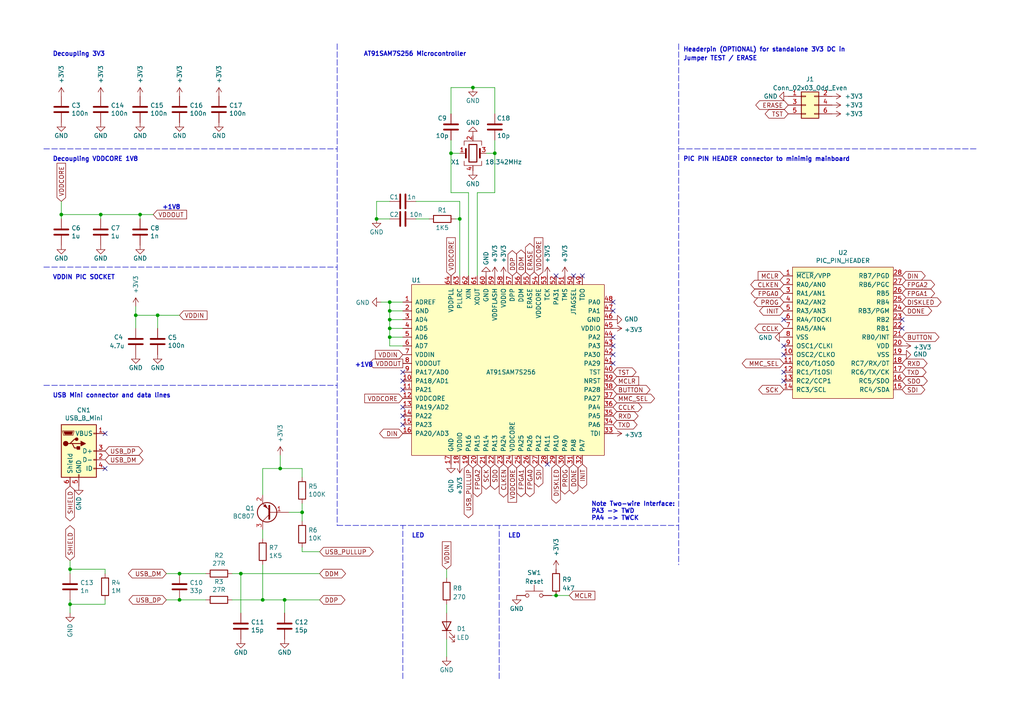
<source format=kicad_sch>
(kicad_sch (version 20211123) (generator eeschema)
  (paper "A4")
  (title_block (title "Minimig ARM Controller with 0805 SMD components") (date "2021-01-27") (rev "1.0") (company "Christian Sonntag"))
  (lib_symbols
    (symbol "Connector:USB_B_Mini" (pin_names (offset 1.016))
      (property "Reference" "J" (at -5.08 11.43 0))
      (property "Value" "USB_B_Mini" (at -5.08 8.89 0))
      (symbol "USB_B_Mini_0_1"
        (rectangle (start -5.08 -7.62) (end 5.08 7.62) (stroke (width 0.254)) (fill (type background)))
        (circle (center -3.81 2.159) (radius 0.635) (stroke (width 0.254)) (fill (type outline)))
        (circle (center -0.635 3.429) (radius 0.381) (stroke (width 0.254)) (fill (type outline)))
        (rectangle (start -0.127 -7.62) (end 0.127 -6.858))
        (polyline (pts (xy -1.905 2.159) (xy 0.635 2.159)) (stroke (width 0.254)))
        (polyline (pts (xy -3.175 2.159) (xy -2.54 2.159) (xy -1.27 3.429) (xy -0.635 3.429)) (stroke (width 0.254)))
        (polyline (pts (xy -2.54 2.159) (xy -1.905 2.159) (xy -1.27 0.889) (xy 0 0.889)) (stroke (width 0.254)))
        (polyline (pts (xy 0.635 2.794) (xy 0.635 1.524) (xy 1.905 2.159) (xy 0.635 2.794)) (stroke (width 0.254)) (fill (type outline)))
        (polyline (pts (xy -4.318 5.588) (xy -1.778 5.588) (xy -2.032 4.826) (xy -4.064 4.826) (xy -4.318 5.588)) (fill (type outline)))
        (polyline (pts (xy -4.699 5.842) (xy -4.699 5.588) (xy -4.445 4.826) (xy -4.445 4.572) (xy -1.651 4.572) (xy -1.651 4.826) (xy -1.397 5.588) (xy -1.397 5.842) (xy -4.699 5.842)))
        (rectangle (start 0.254 1.27) (end -0.508 0.508) (stroke (width 0.254)) (fill (type outline)))
        (rectangle (start 5.08 -5.207) (end 4.318 -4.953))
        (rectangle (start 5.08 -2.667) (end 4.318 -2.413))
        (rectangle (start 5.08 -0.127) (end 4.318 0.127))
        (rectangle (start 5.08 4.953) (end 4.318 5.207))
      )
      (symbol "USB_B_Mini_1_1"
        (pin power_out line (at 7.62 5.08 180) (length 2.54) (name "VBUS") (number "1"))
        (pin bidirectional line (at 7.62 -2.54 180) (length 2.54) (name "D-") (number "2"))
        (pin bidirectional line (at 7.62 0 180) (length 2.54) (name "D+") (number "3"))
        (pin passive line (at 7.62 -5.08 180) (length 2.54) (name "ID") (number "4"))
        (pin power_out line (at 0 -10.16 90) (length 2.54) (name "GND") (number "5"))
        (pin passive line (at -2.54 -10.16 90) (length 2.54) (name "Shield") (number "6"))
      )
    )
    (symbol "Connector_Generic:Conn_02x03_Odd_Even" (pin_names (offset 1.016) hide)
      (property "Reference" "J" (at 1.27 5.08 0))
      (property "Value" "Conn_02x03_Odd_Even" (at 1.27 -5.08 0))
      (symbol "Conn_02x03_Odd_Even_1_1"
        (rectangle (start -1.27 -2.413) (end 0 -2.667) (stroke (width 0.1524)))
        (rectangle (start -1.27 0.127) (end 0 -0.127) (stroke (width 0.1524)))
        (rectangle (start -1.27 2.667) (end 0 2.413) (stroke (width 0.1524)))
        (rectangle (start -1.27 3.81) (end 3.81 -3.81) (stroke (width 0.254)) (fill (type background)))
        (rectangle (start 3.81 -2.413) (end 2.54 -2.667) (stroke (width 0.1524)))
        (rectangle (start 3.81 0.127) (end 2.54 -0.127) (stroke (width 0.1524)))
        (rectangle (start 3.81 2.667) (end 2.54 2.413) (stroke (width 0.1524)))
        (pin passive line (at -5.08 2.54 0) (length 3.81) (name "Pin_1") (number "1"))
        (pin passive line (at 7.62 2.54 180) (length 3.81) (name "Pin_2") (number "2"))
        (pin passive line (at -5.08 0 0) (length 3.81) (name "Pin_3") (number "3"))
        (pin passive line (at 7.62 0 180) (length 3.81) (name "Pin_4") (number "4"))
        (pin passive line (at -5.08 -2.54 0) (length 3.81) (name "Pin_5") (number "5"))
        (pin passive line (at 7.62 -2.54 180) (length 3.81) (name "Pin_6") (number "6"))
      )
    )
    (symbol "Device:C" (pin_numbers hide) (pin_names (offset 0.254))
      (property "Reference" "C" (at 0.635 2.54 0))
      (property "Value" "C" (at 0.635 -2.54 0))
      (symbol "C_0_1"
        (polyline (pts (xy -2.032 -0.762) (xy 2.032 -0.762)) (stroke (width 0.508)))
        (polyline (pts (xy -2.032 0.762) (xy 2.032 0.762)) (stroke (width 0.508)))
      )
      (symbol "C_1_1"
        (pin passive line (at 0 3.81 270) (length 2.794) (name "~") (number "1"))
        (pin passive line (at 0 -3.81 90) (length 2.794) (name "~") (number "2"))
      )
    )
    (symbol "Device:Crystal_GND24" (pin_names (offset 1.016) hide)
      (property "Reference" "Y" (at 3.175 5.08 0))
      (property "Value" "Crystal_GND24" (at 3.175 3.175 0))
      (symbol "Crystal_GND24_0_1"
        (rectangle (start -1.143 2.54) (end 1.143 -2.54) (stroke (width 0.3048)))
        (polyline (pts (xy -2.54 0) (xy -2.032 0)))
        (polyline (pts (xy -2.032 -1.27) (xy -2.032 1.27)) (stroke (width 0.508)))
        (polyline (pts (xy 0 -3.81) (xy 0 -3.556)))
        (polyline (pts (xy 0 3.556) (xy 0 3.81)))
        (polyline (pts (xy 2.032 -1.27) (xy 2.032 1.27)) (stroke (width 0.508)))
        (polyline (pts (xy 2.032 0) (xy 2.54 0)))
        (polyline (pts (xy -2.54 -2.286) (xy -2.54 -3.556) (xy 2.54 -3.556) (xy 2.54 -2.286)))
        (polyline (pts (xy -2.54 2.286) (xy -2.54 3.556) (xy 2.54 3.556) (xy 2.54 2.286)))
      )
      (symbol "Crystal_GND24_1_1"
        (pin passive line (at -3.81 0 0) (length 1.27) (name "1") (number "1"))
        (pin passive line (at 0 5.08 270) (length 1.27) (name "2") (number "2"))
        (pin passive line (at 3.81 0 180) (length 1.27) (name "3") (number "3"))
        (pin passive line (at 0 -5.08 90) (length 1.27) (name "4") (number "4"))
      )
    )
    (symbol "Device:LED" (pin_numbers hide) (pin_names (offset 1.016) hide)
      (property "Reference" "D" (at 0 2.54 0))
      (property "Value" "LED" (at 0 -2.54 0))
      (symbol "LED_0_1"
        (polyline (pts (xy -1.27 -1.27) (xy -1.27 1.27)) (stroke (width 0.254)))
        (polyline (pts (xy -1.27 0) (xy 1.27 0)))
        (polyline (pts (xy 1.27 -1.27) (xy 1.27 1.27) (xy -1.27 0) (xy 1.27 -1.27)) (stroke (width 0.254)))
        (polyline (pts (xy -3.048 -0.762) (xy -4.572 -2.286) (xy -3.81 -2.286) (xy -4.572 -2.286) (xy -4.572 -1.524)))
        (polyline (pts (xy -1.778 -0.762) (xy -3.302 -2.286) (xy -2.54 -2.286) (xy -3.302 -2.286) (xy -3.302 -1.524)))
      )
      (symbol "LED_1_1"
        (pin passive line (at -3.81 0 0) (length 2.54) (name "K") (number "1"))
        (pin passive line (at 3.81 0 180) (length 2.54) (name "A") (number "2"))
      )
    )
    (symbol "Device:R" (pin_numbers hide) (pin_names (offset 0))
      (property "Reference" "R" (at 2.032 0 90))
      (property "Value" "R" (at 0 0 90))
      (symbol "R_0_1"
        (rectangle (start -1.016 -2.54) (end 1.016 2.54) (stroke (width 0.254)))
      )
      (symbol "R_1_1"
        (pin passive line (at 0 3.81 270) (length 1.27) (name "~") (number "1"))
        (pin passive line (at 0 -3.81 90) (length 1.27) (name "~") (number "2"))
      )
    )
    (symbol "Switch:SW_Push" (pin_numbers hide) (pin_names (offset 1.016) hide)
      (property "Reference" "SW" (at 1.27 2.54 0))
      (property "Value" "SW_Push" (at 0 -1.524 0))
      (symbol "SW_Push_0_1"
        (circle (center -2.032 0) (radius 0.508))
        (polyline (pts (xy 0 1.27) (xy 0 3.048)))
        (polyline (pts (xy 2.54 1.27) (xy -2.54 1.27)))
        (circle (center 2.032 0) (radius 0.508))
        (pin passive line (at -5.08 0 0) (length 2.54) (name "1") (number "1"))
        (pin passive line (at 5.08 0 180) (length 2.54) (name "2") (number "2"))
      )
    )
    (symbol "Transistor_BJT:BC807" (pin_names (offset 0) hide)
      (property "Reference" "Q" (at 5.08 1.905 0))
      (property "Value" "BC807" (at 5.08 0 0))
      (symbol "BC807_0_1"
        (polyline (pts (xy 0.635 0.635) (xy 2.54 2.54)))
        (polyline (pts (xy 0.635 -0.635) (xy 2.54 -2.54) (xy 2.54 -2.54)))
        (polyline (pts (xy 0.635 1.905) (xy 0.635 -1.905) (xy 0.635 -1.905)) (stroke (width 0.508)))
        (polyline (pts (xy 2.286 -1.778) (xy 1.778 -2.286) (xy 1.27 -1.27) (xy 2.286 -1.778) (xy 2.286 -1.778)) (fill (type outline)))
        (circle (center 1.27 0) (radius 2.8194) (stroke (width 0.254)))
      )
      (symbol "BC807_1_1"
        (pin input line (at -5.08 0 0) (length 5.715) (name "B") (number "1"))
        (pin passive line (at 2.54 -5.08 90) (length 2.54) (name "E") (number "2"))
        (pin passive line (at 2.54 5.08 270) (length 2.54) (name "C") (number "3"))
      )
    )
    (symbol "arm-controller:AT91SAM7S256" (pin_names (offset 1.016))
      (property "Reference" "U" (at -5.08 -7.62 0))
      (property "Value" "AT91SAM7S256" (at 22.86 -35.56 0))
      (symbol "AT91SAM7S256_0_1"
        (rectangle (start -6.35 -10.16) (end 49.53 -59.69) (fill (type background)))
      )
      (symbol "AT91SAM7S256_1_1"
        (pin input line (at -8.89 -15.24 0) (length 2.54) (name "ADREF") (number "1"))
        (pin bidirectional line (at -8.89 -38.1 0) (length 2.54) (name "PA18/AD1") (number "10"))
        (pin bidirectional line (at -8.89 -40.64 0) (length 2.54) (name "PA21") (number "11"))
        (pin passive line (at -8.89 -43.18 0) (length 2.54) (name "VDDCORE") (number "12"))
        (pin bidirectional line (at -8.89 -45.72 0) (length 2.54) (name "PA19/AD2") (number "13"))
        (pin bidirectional line (at -8.89 -48.26 0) (length 2.54) (name "PA22") (number "14"))
        (pin bidirectional line (at -8.89 -50.8 0) (length 2.54) (name "PA23") (number "15"))
        (pin bidirectional line (at -8.89 -53.34 0) (length 2.54) (name "PA20/AD3") (number "16"))
        (pin passive line (at 5.08 -62.23 90) (length 2.54) (name "GND") (number "17"))
        (pin passive line (at 7.62 -62.23 90) (length 2.54) (name "VDDIO") (number "18"))
        (pin bidirectional line (at 10.16 -62.23 90) (length 2.54) (name "PA16") (number "19"))
        (pin passive line (at -8.89 -17.78 0) (length 2.54) (name "GND") (number "2"))
        (pin bidirectional line (at 12.7 -62.23 90) (length 2.54) (name "PA15") (number "20"))
        (pin bidirectional line (at 15.24 -62.23 90) (length 2.54) (name "PA14") (number "21"))
        (pin bidirectional line (at 17.78 -62.23 90) (length 2.54) (name "PA13") (number "22"))
        (pin bidirectional line (at 20.32 -62.23 90) (length 2.54) (name "PA24") (number "23"))
        (pin passive line (at 22.86 -62.23 90) (length 2.54) (name "VDDCORE") (number "24"))
        (pin bidirectional line (at 25.4 -62.23 90) (length 2.54) (name "PA25") (number "25"))
        (pin bidirectional line (at 27.94 -62.23 90) (length 2.54) (name "PA26") (number "26"))
        (pin bidirectional line (at 30.48 -62.23 90) (length 2.54) (name "PA12") (number "27"))
        (pin bidirectional line (at 33.02 -62.23 90) (length 2.54) (name "PA11") (number "28"))
        (pin bidirectional line (at 35.56 -62.23 90) (length 2.54) (name "PA10") (number "29"))
        (pin input line (at -8.89 -20.32 0) (length 2.54) (name "AD4") (number "3"))
        (pin bidirectional line (at 38.1 -62.23 90) (length 2.54) (name "PA9") (number "30"))
        (pin bidirectional line (at 40.64 -62.23 90) (length 2.54) (name "PA8") (number "31"))
        (pin bidirectional line (at 43.18 -62.23 90) (length 2.54) (name "PA7") (number "32"))
        (pin input line (at 52.07 -53.34 180) (length 2.54) (name "TDI") (number "33"))
        (pin bidirectional line (at 52.07 -50.8 180) (length 2.54) (name "PA6") (number "34"))
        (pin bidirectional line (at 52.07 -48.26 180) (length 2.54) (name "PA5") (number "35"))
        (pin bidirectional line (at 52.07 -45.72 180) (length 2.54) (name "PA4") (number "36"))
        (pin bidirectional line (at 52.07 -43.18 180) (length 2.54) (name "PA27") (number "37"))
        (pin bidirectional line (at 52.07 -40.64 180) (length 2.54) (name "PA28") (number "38"))
        (pin bidirectional line (at 52.07 -38.1 180) (length 2.54) (name "NRST") (number "39"))
        (pin input line (at -8.89 -22.86 0) (length 2.54) (name "AD5") (number "4"))
        (pin input line (at 52.07 -35.56 180) (length 2.54) (name "TST") (number "40"))
        (pin bidirectional line (at 52.07 -33.02 180) (length 2.54) (name "PA29") (number "41"))
        (pin bidirectional line (at 52.07 -30.48 180) (length 2.54) (name "PA30") (number "42"))
        (pin bidirectional line (at 52.07 -27.94 180) (length 2.54) (name "PA3") (number "43"))
        (pin bidirectional line (at 52.07 -25.4 180) (length 2.54) (name "PA2") (number "44"))
        (pin input line (at 52.07 -22.86 180) (length 2.54) (name "VDDIO") (number "45"))
        (pin output line (at 52.07 -20.32 180) (length 2.54) (name "GND") (number "46"))
        (pin bidirectional line (at 52.07 -17.78 180) (length 2.54) (name "PA1") (number "47"))
        (pin bidirectional line (at 52.07 -15.24 180) (length 2.54) (name "PA0") (number "48"))
        (pin output line (at 43.18 -7.62 270) (length 2.54) (name "TDO") (number "49"))
        (pin input line (at -8.89 -25.4 0) (length 2.54) (name "AD6") (number "5"))
        (pin input line (at 40.64 -7.62 270) (length 2.54) (name "JTAGSEL") (number "50"))
        (pin input line (at 38.1 -7.62 270) (length 2.54) (name "TMS") (number "51"))
        (pin bidirectional line (at 35.56 -7.62 270) (length 2.54) (name "PA31") (number "52"))
        (pin input line (at 33.02 -7.62 270) (length 2.54) (name "TCK") (number "53"))
        (pin input line (at 30.48 -7.62 270) (length 2.54) (name "VDDCORE") (number "54"))
        (pin input line (at 27.94 -7.62 270) (length 2.54) (name "ERASE") (number "55"))
        (pin input line (at 25.4 -7.62 270) (length 2.54) (name "DDM") (number "56"))
        (pin input line (at 22.86 -7.62 270) (length 2.54) (name "DPP") (number "57"))
        (pin output line (at 20.32 -7.62 270) (length 2.54) (name "VDDIO") (number "58"))
        (pin output line (at 17.78 -7.62 270) (length 2.54) (name "VDDFLASH") (number "59"))
        (pin input line (at -8.89 -27.94 0) (length 2.54) (name "AD7") (number "6"))
        (pin output line (at 15.24 -7.62 270) (length 2.54) (name "GND") (number "60"))
        (pin input line (at 12.7 -7.62 270) (length 2.54) (name "XOUT") (number "61"))
        (pin input line (at 10.16 -7.62 270) (length 2.54) (name "XIN") (number "62"))
        (pin input line (at 7.62 -7.62 270) (length 2.54) (name "PLLRC") (number "63"))
        (pin input line (at 5.08 -7.62 270) (length 2.54) (name "VDDPLL") (number "64"))
        (pin passive line (at -8.89 -30.48 0) (length 2.54) (name "VDDIN") (number "7"))
        (pin passive line (at -8.89 -33.02 0) (length 2.54) (name "VDDOUT") (number "8"))
        (pin bidirectional line (at -8.89 -35.56 0) (length 2.54) (name "PA17/AD0") (number "9"))
      )
    )
    (symbol "arm-controller:PIC_PIN_HEADER" (pin_names (offset 1.016))
      (property "Reference" "U" (at -3.81 -1.27 0))
      (property "Value" "PIC_PIN_HEADER" (at 15.24 -1.27 0))
      (symbol "PIC_PIN_HEADER_0_1"
        (rectangle (start -5.08 -2.54) (end 24.13 -40.64) (fill (type background)))
      )
      (symbol "PIC_PIN_HEADER_1_1"
        (pin input line (at -7.62 -5.08 0) (length 2.54) (name "~{MCLR}/VPP") (number "1"))
        (pin bidirectional line (at -7.62 -27.94 0) (length 2.54) (name "OSC2/CLKO") (number "10"))
        (pin bidirectional line (at -7.62 -30.48 0) (length 2.54) (name "RC0/T1OSO") (number "11"))
        (pin bidirectional line (at -7.62 -33.02 0) (length 2.54) (name "RC1/T1OSI") (number "12"))
        (pin bidirectional line (at -7.62 -35.56 0) (length 2.54) (name "RC2/CCP1") (number "13"))
        (pin bidirectional line (at -7.62 -38.1 0) (length 2.54) (name "RC3/SCL") (number "14"))
        (pin bidirectional line (at 26.67 -38.1 180) (length 2.54) (name "RC4/SDA") (number "15"))
        (pin bidirectional line (at 26.67 -35.56 180) (length 2.54) (name "RC5/SDO") (number "16"))
        (pin bidirectional line (at 26.67 -33.02 180) (length 2.54) (name "RC6/TX/CK") (number "17"))
        (pin bidirectional line (at 26.67 -30.48 180) (length 2.54) (name "RC7/RX/DT") (number "18"))
        (pin output line (at 26.67 -27.94 180) (length 2.54) (name "VSS") (number "19"))
        (pin bidirectional line (at -7.62 -7.62 0) (length 2.54) (name "RA0/AN0") (number "2"))
        (pin input line (at 26.67 -25.4 180) (length 2.54) (name "VDD") (number "20"))
        (pin bidirectional line (at 26.67 -22.86 180) (length 2.54) (name "RB0/INT") (number "21"))
        (pin bidirectional line (at 26.67 -20.32 180) (length 2.54) (name "RB1") (number "22"))
        (pin bidirectional line (at 26.67 -17.78 180) (length 2.54) (name "RB2") (number "23"))
        (pin bidirectional line (at 26.67 -15.24 180) (length 2.54) (name "RB3/PGM") (number "24"))
        (pin bidirectional line (at 26.67 -12.7 180) (length 2.54) (name "RB4") (number "25"))
        (pin bidirectional line (at 26.67 -10.16 180) (length 2.54) (name "RB5") (number "26"))
        (pin bidirectional line (at 26.67 -7.62 180) (length 2.54) (name "RB6/PGC") (number "27"))
        (pin bidirectional line (at 26.67 -5.08 180) (length 2.54) (name "RB7/PGD") (number "28"))
        (pin bidirectional line (at -7.62 -10.16 0) (length 2.54) (name "RA1/AN1") (number "3"))
        (pin bidirectional line (at -7.62 -12.7 0) (length 2.54) (name "RA2/AN2") (number "4"))
        (pin bidirectional line (at -7.62 -15.24 0) (length 2.54) (name "RA3/AN3") (number "5"))
        (pin bidirectional line (at -7.62 -17.78 0) (length 2.54) (name "RA4/T0CKI") (number "6"))
        (pin bidirectional line (at -7.62 -20.32 0) (length 2.54) (name "RA5/AN4") (number "7"))
        (pin output line (at -7.62 -22.86 0) (length 2.54) (name "VSS") (number "8"))
        (pin input line (at -7.62 -25.4 0) (length 2.54) (name "OSC1/CLKI") (number "9"))
      )
    )
    (symbol "power:+3V3" (power) (pin_names (offset 0))
      (property "Value" "+3V3" (at 0 3.556 0))
      (symbol "+3V3_0_1"
        (polyline (pts (xy -0.762 1.27) (xy 0 2.54)))
        (polyline (pts (xy 0 0) (xy 0 2.54)))
        (polyline (pts (xy 0 2.54) (xy 0.762 1.27)))
      )
      (symbol "+3V3_1_1"
        (pin power_in line (at 0 0 90) (length 0) hide (name "+3V3") (number "1"))
      )
    )
    (symbol "power:GND" (power) (pin_names (offset 0))
      (property "Value" "GND" (at 0 -3.81 0))
      (symbol "GND_0_1"
        (polyline (pts (xy 0 0) (xy 0 -1.27) (xy 1.27 -1.27) (xy 0 -2.54) (xy -1.27 -1.27) (xy 0 -1.27)))
      )
      (symbol "GND_1_1"
        (pin power_in line (at 0 0 270) (length 0) hide (name "GND") (number "1"))
      )
    )
  )
  (junction (at 82.55 173.99))
  (junction (at 137.16 25.4))
  (junction (at 130.81 44.45))
  (junction (at 20.32 165.1))
  (junction (at 113.03 92.71))
  (junction (at 45.72 91.44))
  (junction (at 113.03 97.79))
  (junction (at 52.07 166.37))
  (junction (at 113.03 95.25))
  (junction (at 17.78 62.23))
  (junction (at 133.35 63.5))
  (junction (at 143.51 44.45))
  (junction (at 87.63 148.59))
  (junction (at 113.03 87.63))
  (junction (at 69.85 166.37))
  (junction (at 109.22 63.5))
  (junction (at 161.29 172.72))
  (junction (at 29.21 62.23))
  (junction (at 40.64 62.23))
  (junction (at 113.03 90.17))
  (junction (at 20.32 175.26))
  (junction (at 39.37 91.44))
  (junction (at 81.28 135.89))
  (junction (at 76.2 173.99))
  (junction (at 52.07 173.99))
  (no_connect (at 227.33 92.71))
  (no_connect (at 161.29 80.01))
  (no_connect (at 177.8 102.87))
  (no_connect (at 261.62 95.25))
  (no_connect (at 116.84 113.03))
  (no_connect (at 177.8 100.33))
  (no_connect (at 116.84 110.49))
  (no_connect (at 177.8 105.41))
  (no_connect (at 116.84 123.19))
  (no_connect (at 177.8 87.63))
  (no_connect (at 30.48 125.73))
  (no_connect (at 177.8 97.79))
  (no_connect (at 168.91 80.01))
  (no_connect (at 116.84 120.65))
  (no_connect (at 30.48 135.89))
  (no_connect (at 227.33 102.87))
  (no_connect (at 227.33 110.49))
  (no_connect (at 261.62 92.71))
  (no_connect (at 116.84 107.95))
  (no_connect (at 227.33 107.95))
  (no_connect (at 116.84 118.11))
  (no_connect (at 166.37 80.01))
  (no_connect (at 177.8 90.17))
  (no_connect (at 158.75 134.62))
  (no_connect (at 227.33 100.33))
  (wire (pts (xy 87.63 148.59) (xy 87.63 146.05)))
  (wire (pts (xy 92.71 166.37) (xy 69.85 166.37)))
  (wire (pts (xy 45.72 91.44) (xy 39.37 91.44)))
  (polyline (pts (xy 116.84 196.85) (xy 116.84 152.4)))
  (wire (pts (xy 143.51 33.02) (xy 143.51 25.4)))
  (wire (pts (xy 113.03 90.17) (xy 113.03 87.63)))
  (wire (pts (xy 130.81 44.45) (xy 133.35 44.45)))
  (wire (pts (xy 133.35 58.42) (xy 133.35 63.5)))
  (wire (pts (xy 138.43 55.88) (xy 143.51 55.88)))
  (wire (pts (xy 116.84 92.71) (xy 113.03 92.71)))
  (polyline (pts (xy 97.79 152.4) (xy 196.85 152.4)))
  (wire (pts (xy 76.2 143.51) (xy 76.2 135.89)))
  (wire (pts (xy 129.54 185.42) (xy 129.54 190.5)))
  (wire (pts (xy 52.07 173.99) (xy 59.69 173.99)))
  (wire (pts (xy 130.81 55.88) (xy 135.89 55.88)))
  (wire (pts (xy 29.21 62.23) (xy 17.78 62.23)))
  (wire (pts (xy 130.81 25.4) (xy 137.16 25.4)))
  (wire (pts (xy 113.03 97.79) (xy 113.03 95.25)))
  (wire (pts (xy 30.48 166.37) (xy 30.48 165.1)))
  (wire (pts (xy 39.37 91.44) (xy 39.37 95.25)))
  (wire (pts (xy 116.84 100.33) (xy 113.03 100.33)))
  (polyline (pts (xy 196.85 12.7) (xy 196.85 163.83)))
  (wire (pts (xy 76.2 173.99) (xy 82.55 173.99)))
  (wire (pts (xy 124.46 63.5) (xy 120.65 63.5)))
  (wire (pts (xy 87.63 160.02) (xy 87.63 158.75)))
  (wire (pts (xy 29.21 62.23) (xy 29.21 63.5)))
  (wire (pts (xy 52.07 91.44) (xy 45.72 91.44)))
  (polyline (pts (xy 196.85 43.18) (xy 283.21 43.18)))
  (wire (pts (xy 116.84 97.79) (xy 113.03 97.79)))
  (polyline (pts (xy 12.7 77.47) (xy 97.79 77.47)))
  (wire (pts (xy 116.84 87.63) (xy 113.03 87.63)))
  (wire (pts (xy 130.81 44.45) (xy 130.81 55.88)))
  (wire (pts (xy 113.03 100.33) (xy 113.03 97.79)))
  (wire (pts (xy 116.84 90.17) (xy 113.03 90.17)))
  (wire (pts (xy 76.2 135.89) (xy 81.28 135.89)))
  (wire (pts (xy 20.32 162.56) (xy 20.32 165.1)))
  (wire (pts (xy 39.37 88.9) (xy 39.37 91.44)))
  (wire (pts (xy 20.32 165.1) (xy 20.32 166.37)))
  (wire (pts (xy 87.63 138.43) (xy 87.63 135.89)))
  (wire (pts (xy 129.54 165.1) (xy 129.54 167.64)))
  (wire (pts (xy 130.81 25.4) (xy 130.81 33.02)))
  (wire (pts (xy 113.03 95.25) (xy 113.03 92.71)))
  (wire (pts (xy 82.55 177.8) (xy 82.55 173.99)))
  (wire (pts (xy 67.31 173.99) (xy 76.2 173.99)))
  (wire (pts (xy 92.71 160.02) (xy 87.63 160.02)))
  (wire (pts (xy 40.64 62.23) (xy 29.21 62.23)))
  (wire (pts (xy 113.03 58.42) (xy 109.22 58.42)))
  (polyline (pts (xy 12.7 43.18) (xy 97.79 43.18)))
  (wire (pts (xy 120.65 58.42) (xy 133.35 58.42)))
  (wire (pts (xy 20.32 175.26) (xy 20.32 173.99)))
  (wire (pts (xy 116.84 95.25) (xy 113.03 95.25)))
  (wire (pts (xy 129.54 175.26) (xy 129.54 177.8)))
  (wire (pts (xy 48.26 173.99) (xy 52.07 173.99)))
  (wire (pts (xy 44.45 62.23) (xy 40.64 62.23)))
  (wire (pts (xy 17.78 62.23) (xy 17.78 58.42)))
  (wire (pts (xy 17.78 62.23) (xy 17.78 63.5)))
  (wire (pts (xy 76.2 173.99) (xy 76.2 163.83)))
  (wire (pts (xy 135.89 80.01) (xy 135.89 55.88)))
  (wire (pts (xy 30.48 175.26) (xy 30.48 173.99)))
  (wire (pts (xy 133.35 80.01) (xy 133.35 63.5)))
  (wire (pts (xy 160.02 172.72) (xy 161.29 172.72)))
  (wire (pts (xy 81.28 135.89) (xy 81.28 132.08)))
  (wire (pts (xy 48.26 166.37) (xy 52.07 166.37)))
  (wire (pts (xy 20.32 175.26) (xy 30.48 175.26)))
  (wire (pts (xy 40.64 62.23) (xy 40.64 63.5)))
  (wire (pts (xy 83.82 148.59) (xy 87.63 148.59)))
  (wire (pts (xy 143.51 40.64) (xy 143.51 44.45)))
  (wire (pts (xy 76.2 156.21) (xy 76.2 153.67)))
  (wire (pts (xy 82.55 173.99) (xy 92.71 173.99)))
  (wire (pts (xy 87.63 148.59) (xy 87.63 151.13)))
  (wire (pts (xy 138.43 80.01) (xy 138.43 55.88)))
  (wire (pts (xy 87.63 135.89) (xy 81.28 135.89)))
  (wire (pts (xy 113.03 92.71) (xy 113.03 90.17)))
  (wire (pts (xy 133.35 63.5) (xy 132.08 63.5)))
  (polyline (pts (xy 144.78 196.85) (xy 144.78 152.4)))
  (wire (pts (xy 52.07 166.37) (xy 59.69 166.37)))
  (wire (pts (xy 113.03 87.63) (xy 110.49 87.63)))
  (wire (pts (xy 45.72 95.25) (xy 45.72 91.44)))
  (wire (pts (xy 140.97 44.45) (xy 143.51 44.45)))
  (wire (pts (xy 67.31 166.37) (xy 69.85 166.37)))
  (wire (pts (xy 137.16 25.4) (xy 143.51 25.4)))
  (wire (pts (xy 20.32 177.8) (xy 20.32 175.26)))
  (wire (pts (xy 143.51 44.45) (xy 143.51 55.88)))
  (polyline (pts (xy 12.7 111.76) (xy 97.79 111.76)))
  (wire (pts (xy 69.85 177.8) (xy 69.85 166.37)))
  (wire (pts (xy 109.22 58.42) (xy 109.22 63.5)))
  (wire (pts (xy 130.81 40.64) (xy 130.81 44.45)))
  (polyline (pts (xy 97.79 12.7) (xy 97.79 152.4)))
  (wire (pts (xy 109.22 63.5) (xy 113.03 63.5)))
  (wire (pts (xy 161.29 172.72) (xy 165.1 172.72)))
  (wire (pts (xy 30.48 165.1) (xy 20.32 165.1)))
  (text "Decoupling VDDCORE 1V8" (at 15.24 46.99 0) (effects (font (size 1.27 1.27) (thickness 0.254) bold) (justify left bottom)))
  (text "LED" (at 119.38 156.21 0) (effects (font (size 1.27 1.27) (thickness 0.254) bold) (justify left bottom)))
  (text "USB Mini connector and data lines" (at 15.24 115.57 0) (effects (font (size 1.27 1.27) (thickness 0.254) bold) (justify left bottom)))
  (text "Headerpin (OPTIONAL) for standalone 3V3 DC in" (at 198.12 15.24 0) (effects (font (size 1.27 1.27) (thickness 0.254) bold) (justify left bottom)))
  (text "VDDIN PIC SOCKET" (at 15.24 81.28 0) (effects (font (size 1.27 1.27) (thickness 0.254) bold) (justify left bottom)))
  (text "PIC PIN HEADER connector to minimig mainboard" (at 198.12 46.99 0) (effects (font (size 1.27 1.27) (thickness 0.254) bold) (justify left bottom)))
  (text "+1V8" (at 102.87 106.68 0) (effects (font (size 1.27 1.27) (thickness 0.254) bold) (justify left bottom)))
  (text "+1V8" (at 46.99 60.96 0) (effects (font (size 1.27 1.27) (thickness 0.254) bold) (justify left bottom)))
  (text "Jumper TEST / ERASE" (at 198.12 17.78 0) (effects (font (size 1.27 1.27) (thickness 0.254) bold) (justify left bottom)))
  (text "Decoupling 3V3" (at 15.24 16.51 0) (effects (font (size 1.27 1.27) (thickness 0.254) bold) (justify left bottom)))
  (text "Note Two-wire Interface:\nPA3 -> TWD \nPA4 -> TWCK" (at 171.45 151.13 0) (effects (font (size 1.27 1.27) (thickness 0.254) bold) (justify left bottom)))
  (text "LED" (at 147.32 156.21 0) (effects (font (size 1.27 1.27) (thickness 0.254) bold) (justify left bottom)))
  (text "AT91SAM7S256 Microcontroller" (at 105.41 16.51 0) (effects (font (size 1.27 1.27) (thickness 0.254) bold) (justify left bottom)))
  (global_label "FPGA0" (shape bidirectional) (at 153.67 134.62 270) (property "Referenzen zwischen Schaltplänen" "${INTERSHEET_REFS}" (effects hide)))
  (global_label "SCK" (shape bidirectional) (at 140.97 134.62 270) (property "Referenzen zwischen Schaltplänen" "${INTERSHEET_REFS}" (effects hide)))
  (global_label "USB_DM" (shape bidirectional) (at 30.48 133.35 0) (property "Referenzen zwischen Schaltplänen" "${INTERSHEET_REFS}" (effects hide)))
  (global_label "FPGA2" (shape bidirectional) (at 261.62 82.55 0) (property "Referenzen zwischen Schaltplänen" "${INTERSHEET_REFS}" (effects hide)))
  (global_label "FPGA2" (shape bidirectional) (at 138.43 134.62 270) (property "Referenzen zwischen Schaltplänen" "${INTERSHEET_REFS}" (effects hide)))
  (global_label "MMC_SEL" (shape bidirectional) (at 177.8 115.57 0) (property "Referenzen zwischen Schaltplänen" "${INTERSHEET_REFS}" (effects hide)))
  (global_label "DIN" (shape bidirectional) (at 261.62 80.01 0) (property "Referenzen zwischen Schaltplänen" "${INTERSHEET_REFS}" (effects hide)))
  (global_label "VDDCORE" (shape input) (at 17.78 58.42 90) (property "Referenzen zwischen Schaltplänen" "${INTERSHEET_REFS}" (effects hide)))
  (global_label "MCLR" (shape input) (at 177.8 110.49 0) (property "Referenzen zwischen Schaltplänen" "${INTERSHEET_REFS}" (effects hide)))
  (global_label "SDO" (shape bidirectional) (at 261.62 110.49 0) (property "Referenzen zwischen Schaltplänen" "${INTERSHEET_REFS}" (effects hide)))
  (global_label "ERASE" (shape bidirectional) (at 228.6 30.48 180) (property "Referenzen zwischen Schaltplänen" "${INTERSHEET_REFS}" (effects hide)))
  (global_label "DISKLED" (shape bidirectional) (at 161.29 134.62 270) (property "Referenzen zwischen Schaltplänen" "${INTERSHEET_REFS}" (effects hide)))
  (global_label "INIT" (shape bidirectional) (at 168.91 134.62 270) (property "Referenzen zwischen Schaltplänen" "${INTERSHEET_REFS}" (effects hide)))
  (global_label "FPGA1" (shape bidirectional) (at 261.62 85.09 0) (property "Referenzen zwischen Schaltplänen" "${INTERSHEET_REFS}" (effects hide)))
  (global_label "SCK" (shape bidirectional) (at 227.33 113.03 180) (property "Referenzen zwischen Schaltplänen" "${INTERSHEET_REFS}" (effects hide)))
  (global_label "DISKLED" (shape bidirectional) (at 261.62 87.63 0) (property "Referenzen zwischen Schaltplänen" "${INTERSHEET_REFS}" (effects hide)))
  (global_label "PROG" (shape bidirectional) (at 227.33 87.63 180) (property "Referenzen zwischen Schaltplänen" "${INTERSHEET_REFS}" (effects hide)))
  (global_label "DDP" (shape bidirectional) (at 148.59 80.01 90) (property "Referenzen zwischen Schaltplänen" "${INTERSHEET_REFS}" (effects hide)))
  (global_label "DDP" (shape bidirectional) (at 92.71 173.99 0) (property "Referenzen zwischen Schaltplänen" "${INTERSHEET_REFS}" (effects hide)))
  (global_label "VDDOUT" (shape input) (at 44.45 62.23 0) (property "Referenzen zwischen Schaltplänen" "${INTERSHEET_REFS}" (effects hide)))
  (global_label "VDDIN" (shape input) (at 116.84 102.87 180) (property "Referenzen zwischen Schaltplänen" "${INTERSHEET_REFS}" (effects hide)))
  (global_label "CCLK" (shape bidirectional) (at 227.33 95.25 180) (property "Referenzen zwischen Schaltplänen" "${INTERSHEET_REFS}" (effects hide)))
  (global_label "PROG" (shape bidirectional) (at 163.83 134.62 270) (property "Referenzen zwischen Schaltplänen" "${INTERSHEET_REFS}" (effects hide)))
  (global_label "MMC_SEL" (shape bidirectional) (at 227.33 105.41 180) (property "Referenzen zwischen Schaltplänen" "${INTERSHEET_REFS}" (effects hide)))
  (global_label "RXD" (shape bidirectional) (at 177.8 120.65 0) (property "Referenzen zwischen Schaltplänen" "${INTERSHEET_REFS}" (effects hide)))
  (global_label "MCLR" (shape input) (at 227.33 80.01 180) (property "Referenzen zwischen Schaltplänen" "${INTERSHEET_REFS}" (effects hide)))
  (global_label "CLKEN" (shape bidirectional) (at 146.05 134.62 270) (property "Referenzen zwischen Schaltplänen" "${INTERSHEET_REFS}" (effects hide)))
  (global_label "DIN" (shape bidirectional) (at 116.84 125.73 180) (property "Referenzen zwischen Schaltplänen" "${INTERSHEET_REFS}" (effects hide)))
  (global_label "SHIELD" (shape bidirectional) (at 20.32 162.56 90) (property "Referenzen zwischen Schaltplänen" "${INTERSHEET_REFS}" (effects hide)))
  (global_label "CLKEN" (shape bidirectional) (at 227.33 82.55 180) (property "Referenzen zwischen Schaltplänen" "${INTERSHEET_REFS}" (effects hide)))
  (global_label "FPGA0" (shape bidirectional) (at 227.33 85.09 180) (property "Referenzen zwischen Schaltplänen" "${INTERSHEET_REFS}" (effects hide)))
  (global_label "TXD" (shape bidirectional) (at 177.8 123.19 0) (property "Referenzen zwischen Schaltplänen" "${INTERSHEET_REFS}" (effects hide)))
  (global_label "FPGA1" (shape bidirectional) (at 151.13 134.62 270) (property "Referenzen zwischen Schaltplänen" "${INTERSHEET_REFS}" (effects hide)))
  (global_label "USB_DP" (shape bidirectional) (at 30.48 130.81 0) (property "Referenzen zwischen Schaltplänen" "${INTERSHEET_REFS}" (effects hide)))
  (global_label "RXD" (shape bidirectional) (at 261.62 105.41 0) (property "Referenzen zwischen Schaltplänen" "${INTERSHEET_REFS}" (effects hide)))
  (global_label "USB_PULLUP" (shape bidirectional) (at 92.71 160.02 0) (property "Referenzen zwischen Schaltplänen" "${INTERSHEET_REFS}" (effects hide)))
  (global_label "BUTTON" (shape bidirectional) (at 177.8 113.03 0) (property "Referenzen zwischen Schaltplänen" "${INTERSHEET_REFS}" (effects hide)))
  (global_label "VDDCORE" (shape input) (at 156.21 80.01 90) (property "Referenzen zwischen Schaltplänen" "${INTERSHEET_REFS}" (effects hide)))
  (global_label "VDDOUT" (shape output) (at 116.84 105.41 180) (property "Referenzen zwischen Schaltplänen" "${INTERSHEET_REFS}" (effects hide)))
  (global_label "CCLK" (shape bidirectional) (at 177.8 118.11 0) (property "Referenzen zwischen Schaltplänen" "${INTERSHEET_REFS}" (effects hide)))
  (global_label "DONE" (shape bidirectional) (at 261.62 90.17 0) (property "Referenzen zwischen Schaltplänen" "${INTERSHEET_REFS}" (effects hide)))
  (global_label "TST" (shape bidirectional) (at 228.6 33.02 180) (property "Referenzen zwischen Schaltplänen" "${INTERSHEET_REFS}" (effects hide)))
  (global_label "SDI" (shape bidirectional) (at 261.62 113.03 0) (property "Referenzen zwischen Schaltplänen" "${INTERSHEET_REFS}" (effects hide)))
  (global_label "VDDIN" (shape input) (at 52.07 91.44 0) (property "Referenzen zwischen Schaltplänen" "${INTERSHEET_REFS}" (effects hide)))
  (global_label "VDDIN" (shape input) (at 129.54 165.1 90) (property "Referenzen zwischen Schaltplänen" "${INTERSHEET_REFS}" (effects hide)))
  (global_label "ERASE" (shape bidirectional) (at 153.67 80.01 90) (property "Referenzen zwischen Schaltplänen" "${INTERSHEET_REFS}" (effects hide)))
  (global_label "SDI" (shape bidirectional) (at 156.21 134.62 270) (property "Referenzen zwischen Schaltplänen" "${INTERSHEET_REFS}" (effects hide)))
  (global_label "SDO" (shape bidirectional) (at 143.51 134.62 270) (property "Referenzen zwischen Schaltplänen" "${INTERSHEET_REFS}" (effects hide)))
  (global_label "DDM" (shape bidirectional) (at 151.13 80.01 90) (property "Referenzen zwischen Schaltplänen" "${INTERSHEET_REFS}" (effects hide)))
  (global_label "VDDCORE" (shape input) (at 148.59 134.62 270) (property "Referenzen zwischen Schaltplänen" "${INTERSHEET_REFS}" (effects hide)))
  (global_label "USB_PULLUP" (shape bidirectional) (at 135.89 134.62 270) (property "Referenzen zwischen Schaltplänen" "${INTERSHEET_REFS}" (effects hide)))
  (global_label "TXD" (shape bidirectional) (at 261.62 107.95 0) (property "Referenzen zwischen Schaltplänen" "${INTERSHEET_REFS}" (effects hide)))
  (global_label "TST" (shape bidirectional) (at 177.8 107.95 0) (property "Referenzen zwischen Schaltplänen" "${INTERSHEET_REFS}" (effects hide)))
  (global_label "BUTTON" (shape bidirectional) (at 261.62 97.79 0) (property "Referenzen zwischen Schaltplänen" "${INTERSHEET_REFS}" (effects hide)))
  (global_label "DDM" (shape bidirectional) (at 92.71 166.37 0) (property "Referenzen zwischen Schaltplänen" "${INTERSHEET_REFS}" (effects hide)))
  (global_label "USB_DM" (shape bidirectional) (at 48.26 166.37 180) (property "Referenzen zwischen Schaltplänen" "${INTERSHEET_REFS}" (effects hide)))
  (global_label "USB_DP" (shape bidirectional) (at 48.26 173.99 180) (property "Referenzen zwischen Schaltplänen" "${INTERSHEET_REFS}" (effects hide)))
  (global_label "SHIELD" (shape bidirectional) (at 20.32 140.97 270) (property "Referenzen zwischen Schaltplänen" "${INTERSHEET_REFS}" (effects hide)))
  (global_label "VDDCORE" (shape input) (at 116.84 115.57 180) (property "Referenzen zwischen Schaltplänen" "${INTERSHEET_REFS}" (effects hide)))
  (global_label "DONE" (shape bidirectional) (at 166.37 134.62 270) (property "Referenzen zwischen Schaltplänen" "${INTERSHEET_REFS}" (effects hide)))
  (global_label "INIT" (shape bidirectional) (at 227.33 90.17 180) (property "Referenzen zwischen Schaltplänen" "${INTERSHEET_REFS}" (effects hide)))
  (global_label "VDDCORE" (shape input) (at 130.81 80.01 90) (property "Referenzen zwischen Schaltplänen" "${INTERSHEET_REFS}" (effects hide)))
  (global_label "MCLR" (shape input) (at 165.1 172.72 0) (property "Referenzen zwischen Schaltplänen" "${INTERSHEET_REFS}" (effects hide)))
  (symbol (lib_id "power:GND") (at 227.33 97.79 270) (unit 1)
    (property "Reference" "#PWR0101" (effects hide))
    (property "Value" "GND" (at 224.0788 97.917 90) (effects (justify right)))
  )
  (symbol (lib_id "power:GND") (at 261.62 102.87 90) (unit 1)
    (property "Reference" "#PWR0102" (effects hide))
    (property "Value" "GND" (at 264.8712 102.743 90) (effects (justify right)))
  )
  (symbol (lib_id "power:+3V3") (at 261.62 100.33 270) (unit 1)
    (property "Reference" "#PWR0103" (effects hide))
    (property "Value" "+3V3" (at 264.8712 100.711 90) (effects (justify left)))
  )
  (symbol (lib_id "power:+3V3") (at 241.3 27.94 270) (unit 1)
    (property "Reference" "#PWR01" (effects hide))
    (property "Value" "+3V3" (at 247.65 27.94 90))
  )
  (symbol (lib_id "power:GND") (at 228.6 27.94 270) (unit 1)
    (property "Reference" "#PWR02" (effects hide))
    (property "Value" "GND" (at 223.52 27.94 90))
  )
  (symbol (lib_id "Device:C") (at 17.78 31.75 0) (unit 1)
    (property "Reference" "C3" (at 20.701 30.5816 0) (effects (justify left)))
    (property "Value" "100n" (at 20.701 32.893 0) (effects (justify left)))
    (property "Footprint" "Capacitor_SMD:C_0805_2012Metric_Pad1.18x1.45mm_HandSolder" (effects hide))
  )
  (symbol (lib_id "power:+3V3") (at 17.78 27.94 0) (unit 1)
    (property "Reference" "#PWR0127" (effects hide))
    (property "Value" "+3V3" (at 17.78 21.59 90))
  )
  (symbol (lib_id "power:GND") (at 17.78 35.56 0) (unit 1)
    (property "Reference" "#PWR0128" (effects hide))
    (property "Value" "GND" (at 17.78 39.37 0))
  )
  (symbol (lib_id "Device:C") (at 29.21 31.75 0) (unit 1)
    (property "Reference" "C14" (at 32.131 30.5816 0) (effects (justify left)))
    (property "Value" "100n" (at 32.131 32.893 0) (effects (justify left)))
    (property "Footprint" "Capacitor_SMD:C_0805_2012Metric_Pad1.18x1.45mm_HandSolder" (effects hide))
  )
  (symbol (lib_id "power:+3V3") (at 29.21 27.94 0) (unit 1)
    (property "Reference" "#PWR0129" (effects hide))
    (property "Value" "+3V3" (at 29.21 21.59 90))
  )
  (symbol (lib_id "power:GND") (at 29.21 35.56 0) (unit 1)
    (property "Reference" "#PWR0130" (effects hide))
    (property "Value" "GND" (at 29.21 39.37 0))
  )
  (symbol (lib_id "Device:C") (at 40.64 31.75 0) (unit 1)
    (property "Reference" "C15" (at 43.561 30.5816 0) (effects (justify left)))
    (property "Value" "100n" (at 43.561 32.893 0) (effects (justify left)))
    (property "Footprint" "Capacitor_SMD:C_0805_2012Metric_Pad1.18x1.45mm_HandSolder" (effects hide))
  )
  (symbol (lib_id "power:+3V3") (at 40.64 27.94 0) (unit 1)
    (property "Reference" "#PWR0131" (effects hide))
    (property "Value" "+3V3" (at 40.64 21.59 90))
  )
  (symbol (lib_id "power:GND") (at 40.64 35.56 0) (unit 1)
    (property "Reference" "#PWR0132" (effects hide))
    (property "Value" "GND" (at 40.64 39.37 0))
  )
  (symbol (lib_id "Device:C") (at 52.07 31.75 0) (unit 1)
    (property "Reference" "C16" (at 54.991 30.5816 0) (effects (justify left)))
    (property "Value" "100n" (at 54.991 32.893 0) (effects (justify left)))
    (property "Footprint" "Capacitor_SMD:C_0805_2012Metric_Pad1.18x1.45mm_HandSolder" (effects hide))
  )
  (symbol (lib_id "power:+3V3") (at 52.07 27.94 0) (unit 1)
    (property "Reference" "#PWR0133" (effects hide))
    (property "Value" "+3V3" (at 52.07 21.59 90))
  )
  (symbol (lib_id "power:GND") (at 52.07 35.56 0) (unit 1)
    (property "Reference" "#PWR0134" (effects hide))
    (property "Value" "GND" (at 52.07 39.37 0))
  )
  (symbol (lib_id "Device:C") (at 63.5 31.75 0) (unit 1)
    (property "Reference" "C17" (at 66.421 30.5816 0) (effects (justify left)))
    (property "Value" "100n" (at 66.421 32.893 0) (effects (justify left)))
    (property "Footprint" "Capacitor_SMD:C_0805_2012Metric_Pad1.18x1.45mm_HandSolder" (effects hide))
  )
  (symbol (lib_id "power:+3V3") (at 63.5 27.94 0) (unit 1)
    (property "Reference" "#PWR0135" (effects hide))
    (property "Value" "+3V3" (at 63.5 21.59 90))
  )
  (symbol (lib_id "power:GND") (at 63.5 35.56 0) (unit 1)
    (property "Reference" "#PWR0136" (effects hide))
    (property "Value" "GND" (at 63.5 39.37 0))
  )
  (symbol (lib_id "Device:C") (at 17.78 67.31 0) (unit 1)
    (property "Reference" "C6" (at 20.701 66.1416 0) (effects (justify left)))
    (property "Value" "1u" (at 20.701 68.453 0) (effects (justify left)))
    (property "Footprint" "Capacitor_SMD:C_0805_2012Metric_Pad1.18x1.45mm_HandSolder" (effects hide))
  )
  (symbol (lib_id "power:GND") (at 17.78 71.12 0) (unit 1)
    (property "Reference" "#PWR0137" (effects hide))
    (property "Value" "GND" (at 17.78 74.93 0))
  )
  (symbol (lib_id "Device:C") (at 29.21 67.31 0) (unit 1)
    (property "Reference" "C7" (at 32.131 66.1416 0) (effects (justify left)))
    (property "Value" "1u" (at 32.131 68.453 0) (effects (justify left)))
    (property "Footprint" "Capacitor_SMD:C_0805_2012Metric_Pad1.18x1.45mm_HandSolder" (effects hide))
  )
  (symbol (lib_id "power:GND") (at 29.21 71.12 0) (unit 1)
    (property "Reference" "#PWR0138" (effects hide))
    (property "Value" "GND" (at 29.21 74.93 0))
  )
  (symbol (lib_id "Device:C") (at 40.64 67.31 0) (unit 1)
    (property "Reference" "C8" (at 43.561 66.1416 0) (effects (justify left)))
    (property "Value" "1n" (at 43.561 68.453 0) (effects (justify left)))
    (property "Footprint" "Capacitor_SMD:C_0805_2012Metric_Pad1.18x1.45mm_HandSolder" (effects hide))
  )
  (symbol (lib_id "power:GND") (at 40.64 71.12 0) (unit 1)
    (property "Reference" "#PWR0139" (effects hide))
    (property "Value" "GND" (at 40.64 74.93 0))
  )
  (symbol (lib_id "arm-controller:PIC_PIN_HEADER") (at 234.95 74.93 0) (unit 1)
    (property "Reference" "U2" (at 244.475 73.279 0))
    (property "Value" "PIC_PIN_HEADER" (at 244.475 75.5904 0))
    (property "Footprint" "Package_DIP:DIP-28_W7.62mm_Socket" (effects hide))
  )
  (symbol (lib_id "arm-controller:AT91SAM7S256") (at 125.73 72.39 0) (unit 1)
    (property "Reference" "U1" (at 119.38 81.28 0) (effects (justify left)))
    (property "Value" "AT91SAM7S256" (at 140.97 107.95 0) (effects (justify left)))
    (property "Footprint" "Package_QFP:LQFP-64_10x10mm_P0.5mm" (effects hide))
  )
  (symbol (lib_id "power:+3V3") (at 158.75 80.01 0) (unit 1)
    (property "Reference" "#PWR0105" (effects hide))
    (property "Value" "+3V3" (at 158.75 73.66 90))
  )
  (symbol (lib_id "power:+3V3") (at 163.83 80.01 0) (unit 1)
    (property "Reference" "#PWR0104" (effects hide))
    (property "Value" "+3V3" (at 163.83 73.66 90))
  )
  (symbol (lib_id "power:+3V3") (at 177.8 95.25 270) (unit 1)
    (property "Reference" "#PWR0106" (effects hide))
    (property "Value" "+3V3" (at 181.0512 95.631 90) (effects (justify left)))
  )
  (symbol (lib_id "power:GND") (at 177.8 92.71 90) (unit 1)
    (property "Reference" "#PWR0107" (effects hide))
    (property "Value" "GND" (at 181.0512 92.583 90) (effects (justify right)))
  )
  (symbol (lib_id "power:GND") (at 110.49 87.63 270) (unit 1)
    (property "Reference" "#PWR0108" (effects hide))
    (property "Value" "GND" (at 107.2388 87.757 90) (effects (justify right)))
  )
  (symbol (lib_id "power:+3V3") (at 133.35 134.62 180) (unit 1)
    (property "Reference" "#PWR0109" (effects hide))
    (property "Value" "+3V3" (at 133.35 140.97 90))
  )
  (symbol (lib_id "power:GND") (at 130.81 134.62 0) (unit 1)
    (property "Reference" "#PWR0110" (effects hide))
    (property "Value" "GND" (at 130.81 140.97 90))
  )
  (symbol (lib_id "power:+3V3") (at 177.8 125.73 270) (unit 1)
    (property "Reference" "#PWR0111" (effects hide))
    (property "Value" "+3V3" (at 181.0512 126.111 90) (effects (justify left)))
  )
  (symbol (lib_id "power:GND") (at 140.97 80.01 180) (unit 1)
    (property "Reference" "#PWR0112" (effects hide))
    (property "Value" "GND" (at 140.97 74.93 90))
  )
  (symbol (lib_id "power:+3V3") (at 143.51 80.01 0) (unit 1)
    (property "Reference" "#PWR0113" (effects hide))
    (property "Value" "+3V3" (at 143.51 73.66 90))
  )
  (symbol (lib_id "power:+3V3") (at 146.05 80.01 0) (unit 1)
    (property "Reference" "#PWR0114" (effects hide))
    (property "Value" "+3V3" (at 146.05 73.66 90))
  )
  (symbol (lib_id "power:+3V3") (at 241.3 33.02 270) (unit 1)
    (property "Reference" "#PWR0115" (effects hide))
    (property "Value" "+3V3" (at 247.65 33.02 90))
  )
  (symbol (lib_id "power:+3V3") (at 241.3 30.48 270) (unit 1)
    (property "Reference" "#PWR0116" (effects hide))
    (property "Value" "+3V3" (at 247.65 30.48 90))
  )
  (symbol (lib_id "Device:R") (at 63.5 166.37 270) (unit 1)
    (property "Reference" "R2" (at 63.5 161.1122 90))
    (property "Value" "27R" (at 63.5 163.4236 90))
    (property "Footprint" "Resistor_SMD:R_0805_2012Metric_Pad1.20x1.40mm_HandSolder" (effects hide))
  )
  (symbol (lib_id "Device:R") (at 63.5 173.99 270) (unit 1)
    (property "Reference" "R3" (at 63.5 168.7322 90))
    (property "Value" "27R" (at 63.5 171.0436 90))
    (property "Footprint" "Resistor_SMD:R_0805_2012Metric_Pad1.20x1.40mm_HandSolder" (effects hide))
  )
  (symbol (lib_id "Device:R") (at 87.63 142.24 180) (unit 1)
    (property "Reference" "R5" (at 89.408 141.0716 0) (effects (justify right)))
    (property "Value" "100K" (at 89.408 143.383 0) (effects (justify right)))
    (property "Footprint" "Resistor_SMD:R_0805_2012Metric_Pad1.20x1.40mm_HandSolder" (effects hide))
  )
  (symbol (lib_id "Device:R") (at 87.63 154.94 180) (unit 1)
    (property "Reference" "R6" (at 89.408 153.7716 0) (effects (justify right)))
    (property "Value" "10K" (at 89.408 156.083 0) (effects (justify right)))
    (property "Footprint" "Resistor_SMD:R_0805_2012Metric_Pad1.20x1.40mm_HandSolder" (effects hide))
  )
  (symbol (lib_id "Device:R") (at 76.2 160.02 180) (unit 1)
    (property "Reference" "R7" (at 77.978 158.8516 0) (effects (justify right)))
    (property "Value" "1K5" (at 77.978 161.163 0) (effects (justify right)))
    (property "Footprint" "Resistor_SMD:R_0805_2012Metric_Pad1.20x1.40mm_HandSolder" (effects hide))
  )
  (symbol (lib_id "Device:C") (at 52.07 170.18 0) (unit 1)
    (property "Reference" "C10" (at 54.991 169.0116 0) (effects (justify left)))
    (property "Value" "33p" (at 54.991 171.323 0) (effects (justify left)))
    (property "Footprint" "Capacitor_SMD:C_0805_2012Metric_Pad1.18x1.45mm_HandSolder" (effects hide))
  )
  (symbol (lib_id "Device:C") (at 69.85 181.61 0) (unit 1)
    (property "Reference" "C11" (at 72.771 180.4416 0) (effects (justify left)))
    (property "Value" "15p" (at 72.771 182.753 0) (effects (justify left)))
    (property "Footprint" "Capacitor_SMD:C_0805_2012Metric_Pad1.18x1.45mm_HandSolder" (effects hide))
  )
  (symbol (lib_id "Device:C") (at 82.55 181.61 0) (unit 1)
    (property "Reference" "C12" (at 85.471 180.4416 0) (effects (justify left)))
    (property "Value" "15p" (at 85.471 182.753 0) (effects (justify left)))
    (property "Footprint" "Capacitor_SMD:C_0805_2012Metric_Pad1.18x1.45mm_HandSolder" (effects hide))
  )
  (symbol (lib_id "Transistor_BJT:BC807") (at 78.74 148.59 180) (unit 1)
    (property "Reference" "Q1" (at 73.8886 147.4216 0) (effects (justify left)))
    (property "Value" "BC807" (at 73.8886 149.733 0) (effects (justify left)))
    (property "Footprint" "Package_TO_SOT_SMD:SOT-23" (effects hide))
    (property "Datasheet" "https://www.onsemi.com/pub/Collateral/BC808-D.pdf" (effects hide))
  )
  (symbol (lib_id "Connector:USB_B_Mini") (at 22.86 130.81 0) (unit 1)
    (property "Reference" "CN1" (at 24.3078 118.9482 0))
    (property "Value" "USB_B_Mini" (at 24.3078 121.2596 0))
    (property "Footprint" "Connector_USB:USB_Mini-B_Wuerth_65100516121_Horizontal" (effects hide))
  )
  (symbol (lib_id "power:+3V3") (at 81.28 132.08 0) (unit 1)
    (property "Reference" "#PWR0117" (effects hide))
    (property "Value" "+3V3" (at 81.28 125.73 90))
  )
  (symbol (lib_id "power:GND") (at 69.85 185.42 0) (unit 1)
    (property "Reference" "#PWR0118" (effects hide))
    (property "Value" "GND" (at 69.85 189.23 0))
  )
  (symbol (lib_id "power:GND") (at 82.55 185.42 0) (unit 1)
    (property "Reference" "#PWR0119" (effects hide))
    (property "Value" "GND" (at 82.55 189.23 0))
  )
  (symbol (lib_id "power:GND") (at 22.86 140.97 0) (unit 1)
    (property "Reference" "#PWR0120" (effects hide))
    (property "Value" "GND" (at 22.86 146.05 90))
  )
  (symbol (lib_id "Device:C") (at 20.32 170.18 0) (unit 1)
    (property "Reference" "C13" (at 23.241 169.0116 0) (effects (justify left)))
    (property "Value" "1n" (at 23.241 171.323 0) (effects (justify left)))
    (property "Footprint" "Capacitor_SMD:C_0805_2012Metric_Pad1.18x1.45mm_HandSolder" (effects hide))
  )
  (symbol (lib_id "Device:R") (at 30.48 170.18 180) (unit 1)
    (property "Reference" "R4" (at 32.258 169.0116 0) (effects (justify right)))
    (property "Value" "1M" (at 32.258 171.323 0) (effects (justify right)))
    (property "Footprint" "Resistor_SMD:R_0805_2012Metric_Pad1.20x1.40mm_HandSolder" (effects hide))
  )
  (symbol (lib_id "power:GND") (at 20.32 177.8 0) (unit 1)
    (property "Reference" "#PWR0121" (effects hide))
    (property "Value" "GND" (at 20.32 182.88 90))
  )
  (symbol (lib_id "Device:R") (at 128.27 63.5 90) (unit 1)
    (property "Reference" "R1" (at 128.27 60.96 90))
    (property "Value" "1K5" (at 128.27 66.04 90))
    (property "Footprint" "Resistor_SMD:R_0805_2012Metric_Pad1.20x1.40mm_HandSolder" (effects hide))
  )
  (symbol (lib_id "Device:C") (at 116.84 58.42 270) (unit 1)
    (property "Reference" "C1" (at 114.3 57.15 90))
    (property "Value" "1n" (at 119.38 57.15 90))
    (property "Footprint" "Capacitor_SMD:C_0805_2012Metric_Pad1.18x1.45mm_HandSolder" (effects hide))
  )
  (symbol (lib_id "Device:C") (at 116.84 63.5 270) (unit 1)
    (property "Reference" "C2" (at 114.3 62.23 90))
    (property "Value" "10n" (at 120.65 62.23 90))
    (property "Footprint" "Capacitor_SMD:C_0805_2012Metric_Pad1.18x1.45mm_HandSolder" (effects hide))
  )
  (symbol (lib_id "power:GND") (at 109.22 63.5 0) (unit 1)
    (property "Reference" "#PWR0122" (effects hide))
    (property "Value" "GND" (at 109.22 67.31 0))
  )
  (symbol (lib_id "Device:C") (at 143.51 36.83 180) (unit 1)
    (property "Reference" "C18" (at 146.05 34.29 0))
    (property "Value" "10p" (at 146.05 39.37 0))
    (property "Footprint" "Capacitor_SMD:C_0805_2012Metric_Pad1.18x1.45mm_HandSolder" (effects hide))
  )
  (symbol (lib_id "Device:C") (at 130.81 36.83 180) (unit 1)
    (property "Reference" "C9" (at 128.27 34.29 0))
    (property "Value" "10p" (at 128.27 39.37 0))
    (property "Footprint" "Capacitor_SMD:C_0805_2012Metric_Pad1.18x1.45mm_HandSolder" (effects hide))
  )
  (symbol (lib_id "power:GND") (at 137.16 25.4 0) (unit 1)
    (property "Reference" "#PWR0123" (effects hide))
    (property "Value" "GND" (at 137.16 29.21 0))
  )
  (symbol (lib_id "Device:C") (at 45.72 99.06 0) (unit 1)
    (property "Reference" "C5" (at 48.641 97.8916 0) (effects (justify left)))
    (property "Value" "100n" (at 48.641 100.203 0) (effects (justify left)))
    (property "Footprint" "Capacitor_SMD:C_0805_2012Metric_Pad1.18x1.45mm_HandSolder" (effects hide))
  )
  (symbol (lib_id "Device:C") (at 39.37 99.06 0) (unit 1)
    (property "Reference" "C4" (at 33.02 97.79 0) (effects (justify left)))
    (property "Value" "4.7u" (at 31.75 100.33 0) (effects (justify left)))
    (property "Footprint" "Capacitor_SMD:C_1206_3216Metric_Pad1.33x1.80mm_HandSolder" (effects hide))
  )
  (symbol (lib_id "power:GND") (at 39.37 102.87 0) (unit 1)
    (property "Reference" "#PWR0124" (effects hide))
    (property "Value" "GND" (at 39.37 106.68 0))
  )
  (symbol (lib_id "power:GND") (at 45.72 102.87 0) (unit 1)
    (property "Reference" "#PWR0125" (effects hide))
    (property "Value" "GND" (at 45.72 106.68 0))
  )
  (symbol (lib_id "power:+3V3") (at 39.37 88.9 0) (unit 1)
    (property "Reference" "#PWR0126" (effects hide))
    (property "Value" "+3V3" (at 39.37 82.55 90))
  )
  (symbol (lib_id "Device:R") (at 129.54 171.45 0) (unit 1)
    (property "Reference" "R8" (at 131.318 170.6153 0) (effects (justify left)))
    (property "Value" "270" (at 131.318 173.1522 0) (effects (justify left)))
    (property "Footprint" "Capacitor_SMD:C_0805_2012Metric_Pad1.18x1.45mm_HandSolder" (effects hide))
  )
  (symbol (lib_id "Switch:SW_Push") (at 154.94 172.72 0) (unit 1)
    (property "Reference" "SW1" (at 154.94 166.0992 0))
    (property "Value" "Reset" (at 154.94 168.6361 0))
    (property "Footprint" "Button_Switch_THT:SW_Tactile_SPST_Angled_PTS645Vx39-2LFS" (effects hide))
  )
  (symbol (lib_id "power:GND") (at 129.54 190.5 0) (unit 1)
    (property "Reference" "#PWR03" (effects hide))
    (property "Value" "GND" (at 129.54 194.31 0))
  )
  (symbol (lib_id "power:GND") (at 137.16 49.53 0) (unit 1)
    (property "Reference" "#PWR0141" (effects hide))
    (property "Value" "GND" (at 137.16 53.34 0))
  )
  (symbol (lib_id "Device:LED") (at 129.54 181.61 90) (unit 1)
    (property "Reference" "D1" (at 132.461 182.3628 90) (effects (justify right)))
    (property "Value" "LED" (at 132.461 184.8997 90) (effects (justify right)))
    (property "Footprint" "Capacitor_SMD:C_0805_2012Metric_Pad1.18x1.45mm_HandSolder" (effects hide))
  )
  (symbol (lib_id "power:GND") (at 149.86 172.72 0) (unit 1)
    (property "Reference" "#PWR0143" (effects hide))
    (property "Value" "GND" (at 149.86 176.53 0))
  )
  (symbol (lib_id "power:GND") (at 137.16 39.37 180) (unit 1)
    (property "Reference" "#PWR0140" (effects hide))
    (property "Value" "GND" (at 137.16 35.56 0))
  )
  (symbol (lib_id "Connector_Generic:Conn_02x03_Odd_Even") (at 233.68 30.48 0) (unit 1)
    (property "Reference" "J1" (at 234.95 22.9702 0))
    (property "Value" "Conn_02x03_Odd_Even" (at 234.95 25.5071 0))
    (property "Footprint" "Connector_PinHeader_2.54mm:PinHeader_2x03_P2.54mm_Vertical" (effects hide))
  )
  (symbol (lib_id "power:+3V3") (at 161.29 165.1 0) (unit 1)
    (property "Reference" "#PWR0142" (effects hide))
    (property "Value" "+3V3" (at 161.29 158.75 90))
  )
  (symbol (lib_id "Device:R") (at 161.29 168.91 0) (unit 1)
    (property "Reference" "R9" (at 163.068 168.0753 0) (effects (justify left)))
    (property "Value" "4k7" (at 163.068 170.6122 0) (effects (justify left)))
    (property "Footprint" "Resistor_SMD:R_0805_2012Metric_Pad1.20x1.40mm_HandSolder" (effects hide))
  )
  (symbol (lib_id "Device:Crystal_GND24") (at 137.16 44.45 0) (unit 1)
    (property "Reference" "X1" (at 132.08 46.99 0))
    (property "Value" "18.342MHz" (at 146.05 46.99 0))
    (property "Footprint" "Crystal:Crystal_SMD_3225-4Pin_3.2x2.5mm" (effects hide))
  )
)
</source>
